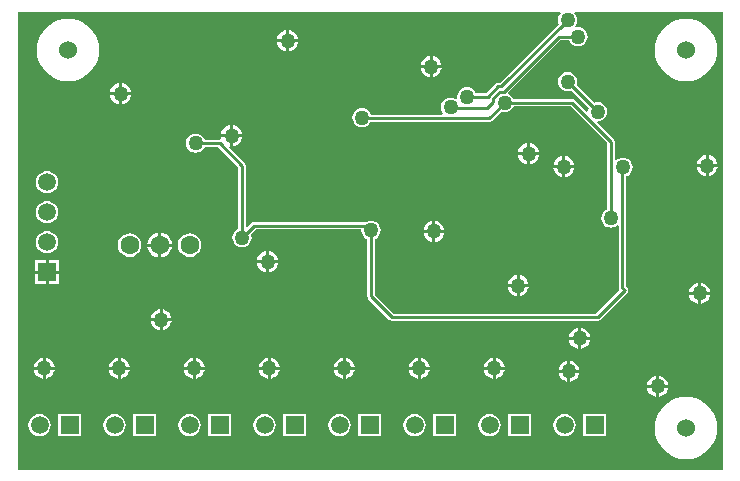
<source format=gbl>
G04 Layer_Physical_Order=2*
G04 Layer_Color=16711680*
%FSLAX23Y23*%
%MOIN*%
G70*
G01*
G75*
%ADD23C,0.010*%
%ADD25C,0.063*%
%ADD26C,0.060*%
%ADD27C,0.059*%
%ADD28R,0.059X0.059*%
%ADD29R,0.059X0.059*%
%ADD30C,0.050*%
G36*
X3363Y1012D02*
X1012D01*
Y2538D01*
X2821D01*
X2822Y2535D01*
X2822Y2533D01*
X2817Y2526D01*
X2814Y2518D01*
X2813Y2510D01*
X2814Y2502D01*
X2815Y2498D01*
X2619Y2301D01*
X2613D01*
X2608Y2300D01*
X2604Y2298D01*
X2574Y2267D01*
X2540D01*
X2538Y2271D01*
X2533Y2278D01*
X2526Y2283D01*
X2518Y2286D01*
X2510Y2287D01*
X2502Y2286D01*
X2494Y2283D01*
X2487Y2278D01*
X2482Y2271D01*
X2479Y2263D01*
X2478Y2255D01*
X2479Y2249D01*
X2474Y2246D01*
X2471Y2248D01*
X2463Y2251D01*
X2455Y2252D01*
X2447Y2251D01*
X2439Y2248D01*
X2432Y2243D01*
X2427Y2236D01*
X2424Y2228D01*
X2423Y2220D01*
X2424Y2212D01*
X2427Y2204D01*
X2430Y2200D01*
X2427Y2195D01*
X2190D01*
X2188Y2201D01*
X2183Y2208D01*
X2176Y2213D01*
X2168Y2216D01*
X2160Y2217D01*
X2152Y2216D01*
X2144Y2213D01*
X2137Y2208D01*
X2132Y2201D01*
X2129Y2193D01*
X2128Y2185D01*
X2129Y2177D01*
X2132Y2169D01*
X2137Y2162D01*
X2144Y2157D01*
X2152Y2154D01*
X2160Y2153D01*
X2168Y2154D01*
X2176Y2157D01*
X2183Y2162D01*
X2188Y2169D01*
X2189Y2171D01*
X2583D01*
X2588Y2172D01*
X2592Y2174D01*
X2623Y2205D01*
X2627Y2204D01*
X2635Y2203D01*
X2643Y2204D01*
X2651Y2207D01*
X2658Y2212D01*
X2663Y2219D01*
X2665Y2223D01*
X2855D01*
X2978Y2100D01*
Y1880D01*
X2974Y1878D01*
X2967Y1873D01*
X2962Y1866D01*
X2959Y1858D01*
X2958Y1850D01*
X2959Y1842D01*
X2962Y1834D01*
X2967Y1827D01*
X2974Y1822D01*
X2982Y1819D01*
X2990Y1818D01*
X2998Y1819D01*
X3006Y1822D01*
X3011Y1826D01*
X3016Y1823D01*
Y1617D01*
X3017Y1612D01*
X3018Y1610D01*
X2940Y1532D01*
X2265D01*
X2202Y1595D01*
Y1780D01*
X2206Y1782D01*
X2213Y1787D01*
X2218Y1794D01*
X2221Y1802D01*
X2222Y1810D01*
X2221Y1818D01*
X2218Y1826D01*
X2213Y1833D01*
X2206Y1838D01*
X2198Y1841D01*
X2190Y1842D01*
X2182Y1841D01*
X2174Y1838D01*
X2173Y1837D01*
X1800D01*
X1795Y1836D01*
X1791Y1834D01*
X1777Y1820D01*
X1772Y1822D01*
Y2025D01*
X1771Y2030D01*
X1769Y2034D01*
X1717Y2086D01*
X1719Y2091D01*
X1720Y2090D01*
Y2120D01*
X1690D01*
X1691Y2116D01*
X1687Y2112D01*
X1685Y2112D01*
X1635D01*
X1633Y2116D01*
X1628Y2123D01*
X1621Y2128D01*
X1613Y2131D01*
X1605Y2132D01*
X1597Y2131D01*
X1589Y2128D01*
X1582Y2123D01*
X1577Y2116D01*
X1574Y2108D01*
X1573Y2100D01*
X1574Y2092D01*
X1577Y2084D01*
X1582Y2077D01*
X1589Y2072D01*
X1597Y2069D01*
X1605Y2068D01*
X1613Y2069D01*
X1621Y2072D01*
X1628Y2077D01*
X1633Y2084D01*
X1635Y2088D01*
X1680D01*
X1748Y2020D01*
Y1815D01*
X1744Y1813D01*
X1737Y1808D01*
X1732Y1801D01*
X1729Y1793D01*
X1728Y1785D01*
X1729Y1777D01*
X1732Y1769D01*
X1737Y1762D01*
X1744Y1757D01*
X1752Y1754D01*
X1760Y1753D01*
X1768Y1754D01*
X1776Y1757D01*
X1783Y1762D01*
X1788Y1769D01*
X1791Y1777D01*
X1792Y1785D01*
X1791Y1793D01*
X1790Y1797D01*
X1805Y1813D01*
X2155D01*
X2158Y1810D01*
X2159Y1802D01*
X2162Y1794D01*
X2167Y1787D01*
X2174Y1782D01*
X2178Y1780D01*
Y1590D01*
X2179Y1585D01*
X2181Y1581D01*
X2251Y1511D01*
X2255Y1509D01*
X2260Y1508D01*
X2945D01*
X2950Y1509D01*
X2954Y1511D01*
X3044Y1601D01*
X3046Y1605D01*
X3047Y1610D01*
X3046Y1615D01*
X3044Y1619D01*
X3040Y1622D01*
Y1990D01*
X3046Y1992D01*
X3053Y1997D01*
X3058Y2004D01*
X3061Y2012D01*
X3062Y2020D01*
X3061Y2028D01*
X3058Y2036D01*
X3053Y2043D01*
X3046Y2048D01*
X3038Y2051D01*
X3030Y2052D01*
X3022Y2051D01*
X3014Y2048D01*
X3007Y2043D01*
X3005Y2043D01*
X3002Y2044D01*
Y2105D01*
X3001Y2110D01*
X2999Y2114D01*
X2944Y2168D01*
X2946Y2173D01*
X2953Y2174D01*
X2961Y2177D01*
X2968Y2182D01*
X2973Y2189D01*
X2976Y2197D01*
X2977Y2205D01*
X2976Y2213D01*
X2973Y2221D01*
X2968Y2228D01*
X2961Y2233D01*
X2953Y2236D01*
X2945Y2237D01*
X2937Y2236D01*
X2933Y2235D01*
X2875Y2293D01*
X2876Y2297D01*
X2877Y2305D01*
X2876Y2313D01*
X2873Y2321D01*
X2868Y2328D01*
X2861Y2333D01*
X2853Y2336D01*
X2845Y2337D01*
X2837Y2336D01*
X2829Y2333D01*
X2822Y2328D01*
X2817Y2321D01*
X2814Y2313D01*
X2813Y2305D01*
X2814Y2297D01*
X2817Y2289D01*
X2822Y2282D01*
X2829Y2277D01*
X2837Y2274D01*
X2845Y2273D01*
X2853Y2274D01*
X2857Y2275D01*
X2915Y2217D01*
X2914Y2213D01*
X2913Y2206D01*
X2908Y2204D01*
X2869Y2244D01*
X2865Y2246D01*
X2860Y2247D01*
X2665D01*
X2663Y2251D01*
X2658Y2258D01*
X2651Y2263D01*
X2648Y2264D01*
X2647Y2269D01*
X2820Y2443D01*
X2850D01*
X2852Y2439D01*
X2857Y2432D01*
X2864Y2427D01*
X2872Y2424D01*
X2880Y2423D01*
X2888Y2424D01*
X2896Y2427D01*
X2903Y2432D01*
X2908Y2439D01*
X2911Y2447D01*
X2912Y2455D01*
X2911Y2463D01*
X2908Y2471D01*
X2903Y2478D01*
X2896Y2483D01*
X2888Y2486D01*
X2880Y2487D01*
X2874Y2486D01*
X2871Y2491D01*
X2873Y2494D01*
X2876Y2502D01*
X2877Y2510D01*
X2876Y2518D01*
X2873Y2526D01*
X2868Y2533D01*
X2868Y2535D01*
X2869Y2538D01*
X3363D01*
Y1012D01*
D02*
G37*
%LPC*%
G36*
X1095Y1385D02*
X1091Y1384D01*
X1082Y1381D01*
X1075Y1375D01*
X1069Y1368D01*
X1066Y1359D01*
X1065Y1355D01*
X1095D01*
Y1385D01*
D02*
G37*
G36*
X2844Y1374D02*
X2840Y1374D01*
X2832Y1370D01*
X2824Y1365D01*
X2819Y1357D01*
X2815Y1349D01*
X2815Y1345D01*
X2844D01*
Y1374D01*
D02*
G37*
G36*
X2854D02*
Y1345D01*
X2884D01*
X2883Y1349D01*
X2880Y1357D01*
X2874Y1365D01*
X2867Y1370D01*
X2859Y1374D01*
X2854Y1374D01*
D02*
G37*
G36*
X1105Y1385D02*
Y1355D01*
X1135D01*
X1134Y1359D01*
X1131Y1368D01*
X1125Y1375D01*
X1118Y1381D01*
X1109Y1384D01*
X1105Y1385D01*
D02*
G37*
G36*
X1595D02*
X1591Y1384D01*
X1582Y1381D01*
X1575Y1375D01*
X1569Y1368D01*
X1566Y1359D01*
X1565Y1355D01*
X1595D01*
Y1385D01*
D02*
G37*
G36*
X1355D02*
Y1355D01*
X1385D01*
X1384Y1359D01*
X1381Y1368D01*
X1375Y1375D01*
X1368Y1381D01*
X1359Y1384D01*
X1355Y1385D01*
D02*
G37*
G36*
X1345D02*
X1341Y1384D01*
X1332Y1381D01*
X1325Y1375D01*
X1319Y1368D01*
X1316Y1359D01*
X1315Y1355D01*
X1345D01*
Y1385D01*
D02*
G37*
G36*
X2135Y1345D02*
X2105D01*
Y1315D01*
X2109Y1316D01*
X2118Y1319D01*
X2125Y1325D01*
X2131Y1332D01*
X2134Y1341D01*
X2135Y1345D01*
D02*
G37*
G36*
X2095D02*
X2065D01*
X2066Y1341D01*
X2069Y1332D01*
X2075Y1325D01*
X2082Y1319D01*
X2091Y1316D01*
X2095Y1315D01*
Y1345D01*
D02*
G37*
G36*
X1885D02*
X1855D01*
Y1315D01*
X1859Y1316D01*
X1868Y1319D01*
X1875Y1325D01*
X1881Y1332D01*
X1884Y1341D01*
X1885Y1345D01*
D02*
G37*
G36*
X2345D02*
X2315D01*
X2316Y1341D01*
X2319Y1332D01*
X2325Y1325D01*
X2332Y1319D01*
X2341Y1316D01*
X2345Y1315D01*
Y1345D01*
D02*
G37*
G36*
X2635D02*
X2605D01*
Y1315D01*
X2609Y1316D01*
X2618Y1319D01*
X2625Y1325D01*
X2631Y1332D01*
X2634Y1341D01*
X2635Y1345D01*
D02*
G37*
G36*
X2595D02*
X2565D01*
X2566Y1341D01*
X2569Y1332D01*
X2575Y1325D01*
X2582Y1319D01*
X2591Y1316D01*
X2595Y1315D01*
Y1345D01*
D02*
G37*
G36*
X2385D02*
X2355D01*
Y1315D01*
X2359Y1316D01*
X2368Y1319D01*
X2375Y1325D01*
X2381Y1332D01*
X2384Y1341D01*
X2385Y1345D01*
D02*
G37*
G36*
X1605Y1385D02*
Y1355D01*
X1635D01*
X1634Y1359D01*
X1631Y1368D01*
X1625Y1375D01*
X1618Y1381D01*
X1609Y1384D01*
X1605Y1385D01*
D02*
G37*
G36*
X2920Y1445D02*
X2890D01*
Y1415D01*
X2894Y1416D01*
X2903Y1419D01*
X2910Y1425D01*
X2916Y1432D01*
X2919Y1441D01*
X2920Y1445D01*
D02*
G37*
G36*
X2880D02*
X2850D01*
X2851Y1441D01*
X2854Y1432D01*
X2860Y1425D01*
X2867Y1419D01*
X2876Y1416D01*
X2880Y1415D01*
Y1445D01*
D02*
G37*
G36*
X2605Y1385D02*
Y1355D01*
X2635D01*
X2634Y1359D01*
X2631Y1368D01*
X2625Y1375D01*
X2618Y1381D01*
X2609Y1384D01*
X2605Y1385D01*
D02*
G37*
G36*
X2880Y1485D02*
X2876Y1484D01*
X2867Y1481D01*
X2860Y1475D01*
X2854Y1468D01*
X2851Y1459D01*
X2850Y1455D01*
X2880D01*
Y1485D01*
D02*
G37*
G36*
X1525Y1507D02*
X1495D01*
Y1477D01*
X1499Y1478D01*
X1508Y1481D01*
X1515Y1487D01*
X1521Y1494D01*
X1524Y1503D01*
X1525Y1507D01*
D02*
G37*
G36*
X1485D02*
X1455D01*
X1456Y1503D01*
X1459Y1494D01*
X1465Y1487D01*
X1472Y1481D01*
X1481Y1478D01*
X1485Y1477D01*
Y1507D01*
D02*
G37*
G36*
X2890Y1485D02*
Y1455D01*
X2920D01*
X2919Y1459D01*
X2916Y1468D01*
X2910Y1475D01*
X2903Y1481D01*
X2894Y1484D01*
X2890Y1485D01*
D02*
G37*
G36*
X2095Y1385D02*
X2091Y1384D01*
X2082Y1381D01*
X2075Y1375D01*
X2069Y1368D01*
X2066Y1359D01*
X2065Y1355D01*
X2095D01*
Y1385D01*
D02*
G37*
G36*
X1855D02*
Y1355D01*
X1885D01*
X1884Y1359D01*
X1881Y1368D01*
X1875Y1375D01*
X1868Y1381D01*
X1859Y1384D01*
X1855Y1385D01*
D02*
G37*
G36*
X1845D02*
X1841Y1384D01*
X1832Y1381D01*
X1825Y1375D01*
X1819Y1368D01*
X1816Y1359D01*
X1815Y1355D01*
X1845D01*
Y1385D01*
D02*
G37*
G36*
X2105D02*
Y1355D01*
X2135D01*
X2134Y1359D01*
X2131Y1368D01*
X2125Y1375D01*
X2118Y1381D01*
X2109Y1384D01*
X2105Y1385D01*
D02*
G37*
G36*
X2595D02*
X2591Y1384D01*
X2582Y1381D01*
X2575Y1375D01*
X2569Y1368D01*
X2566Y1359D01*
X2565Y1355D01*
X2595D01*
Y1385D01*
D02*
G37*
G36*
X2355D02*
Y1355D01*
X2385D01*
X2384Y1359D01*
X2381Y1368D01*
X2375Y1375D01*
X2368Y1381D01*
X2359Y1384D01*
X2355Y1385D01*
D02*
G37*
G36*
X2345D02*
X2341Y1384D01*
X2332Y1381D01*
X2325Y1375D01*
X2319Y1368D01*
X2316Y1359D01*
X2315Y1355D01*
X2345D01*
Y1385D01*
D02*
G37*
G36*
X1845Y1345D02*
X1815D01*
X1816Y1341D01*
X1819Y1332D01*
X1825Y1325D01*
X1832Y1319D01*
X1841Y1316D01*
X1845Y1315D01*
Y1345D01*
D02*
G37*
G36*
X1222Y1197D02*
X1148D01*
Y1123D01*
X1222D01*
Y1197D01*
D02*
G37*
G36*
X2835Y1197D02*
X2825Y1196D01*
X2817Y1192D01*
X2809Y1186D01*
X2803Y1178D01*
X2799Y1170D01*
X2798Y1160D01*
X2799Y1150D01*
X2803Y1142D01*
X2809Y1134D01*
X2817Y1128D01*
X2825Y1124D01*
X2835Y1123D01*
X2845Y1124D01*
X2853Y1128D01*
X2861Y1134D01*
X2867Y1142D01*
X2871Y1150D01*
X2872Y1160D01*
X2871Y1170D01*
X2867Y1178D01*
X2861Y1186D01*
X2853Y1192D01*
X2845Y1196D01*
X2835Y1197D01*
D02*
G37*
G36*
X2585D02*
X2575Y1196D01*
X2567Y1192D01*
X2559Y1186D01*
X2553Y1178D01*
X2549Y1170D01*
X2548Y1160D01*
X2549Y1150D01*
X2553Y1142D01*
X2559Y1134D01*
X2567Y1128D01*
X2575Y1124D01*
X2585Y1123D01*
X2595Y1124D01*
X2603Y1128D01*
X2611Y1134D01*
X2617Y1142D01*
X2621Y1150D01*
X2622Y1160D01*
X2621Y1170D01*
X2617Y1178D01*
X2611Y1186D01*
X2603Y1192D01*
X2595Y1196D01*
X2585Y1197D01*
D02*
G37*
G36*
X1472Y1197D02*
X1398D01*
Y1123D01*
X1472D01*
Y1197D01*
D02*
G37*
G36*
X2222D02*
X2148D01*
Y1123D01*
X2222D01*
Y1197D01*
D02*
G37*
G36*
X1972D02*
X1898D01*
Y1123D01*
X1972D01*
Y1197D01*
D02*
G37*
G36*
X1722D02*
X1648D01*
Y1123D01*
X1722D01*
Y1197D01*
D02*
G37*
G36*
X1335Y1197D02*
X1325Y1196D01*
X1317Y1192D01*
X1309Y1186D01*
X1303Y1178D01*
X1299Y1170D01*
X1298Y1160D01*
X1299Y1150D01*
X1303Y1142D01*
X1309Y1134D01*
X1317Y1128D01*
X1325Y1124D01*
X1335Y1123D01*
X1345Y1124D01*
X1353Y1128D01*
X1361Y1134D01*
X1367Y1142D01*
X1371Y1150D01*
X1372Y1160D01*
X1371Y1170D01*
X1367Y1178D01*
X1361Y1186D01*
X1353Y1192D01*
X1345Y1196D01*
X1335Y1197D01*
D02*
G37*
G36*
X1085D02*
X1075Y1196D01*
X1067Y1192D01*
X1059Y1186D01*
X1053Y1178D01*
X1049Y1170D01*
X1048Y1160D01*
X1049Y1150D01*
X1053Y1142D01*
X1059Y1134D01*
X1067Y1128D01*
X1075Y1124D01*
X1085Y1123D01*
X1095Y1124D01*
X1103Y1128D01*
X1111Y1134D01*
X1117Y1142D01*
X1121Y1150D01*
X1122Y1160D01*
X1121Y1170D01*
X1117Y1178D01*
X1111Y1186D01*
X1103Y1192D01*
X1095Y1196D01*
X1085Y1197D01*
D02*
G37*
G36*
X3240Y1254D02*
X3224Y1253D01*
X3208Y1249D01*
X3193Y1243D01*
X3179Y1234D01*
X3166Y1224D01*
X3156Y1211D01*
X3147Y1197D01*
X3141Y1182D01*
X3137Y1166D01*
X3136Y1150D01*
X3137Y1134D01*
X3141Y1118D01*
X3147Y1103D01*
X3156Y1089D01*
X3166Y1076D01*
X3179Y1066D01*
X3193Y1057D01*
X3208Y1051D01*
X3224Y1047D01*
X3240Y1046D01*
X3256Y1047D01*
X3272Y1051D01*
X3287Y1057D01*
X3301Y1066D01*
X3314Y1076D01*
X3324Y1089D01*
X3333Y1103D01*
X3339Y1118D01*
X3343Y1134D01*
X3344Y1150D01*
X3343Y1166D01*
X3339Y1182D01*
X3333Y1197D01*
X3324Y1211D01*
X3314Y1224D01*
X3301Y1234D01*
X3287Y1243D01*
X3272Y1249D01*
X3256Y1253D01*
X3240Y1254D01*
D02*
G37*
G36*
X1585Y1197D02*
X1575Y1196D01*
X1567Y1192D01*
X1559Y1186D01*
X1553Y1178D01*
X1549Y1170D01*
X1548Y1160D01*
X1549Y1150D01*
X1553Y1142D01*
X1559Y1134D01*
X1567Y1128D01*
X1575Y1124D01*
X1585Y1123D01*
X1595Y1124D01*
X1603Y1128D01*
X1611Y1134D01*
X1617Y1142D01*
X1621Y1150D01*
X1622Y1160D01*
X1621Y1170D01*
X1617Y1178D01*
X1611Y1186D01*
X1603Y1192D01*
X1595Y1196D01*
X1585Y1197D01*
D02*
G37*
G36*
X2335D02*
X2325Y1196D01*
X2317Y1192D01*
X2309Y1186D01*
X2303Y1178D01*
X2299Y1170D01*
X2298Y1160D01*
X2299Y1150D01*
X2303Y1142D01*
X2309Y1134D01*
X2317Y1128D01*
X2325Y1124D01*
X2335Y1123D01*
X2345Y1124D01*
X2353Y1128D01*
X2361Y1134D01*
X2367Y1142D01*
X2371Y1150D01*
X2372Y1160D01*
X2371Y1170D01*
X2367Y1178D01*
X2361Y1186D01*
X2353Y1192D01*
X2345Y1196D01*
X2335Y1197D01*
D02*
G37*
G36*
X2085D02*
X2075Y1196D01*
X2067Y1192D01*
X2059Y1186D01*
X2053Y1178D01*
X2049Y1170D01*
X2048Y1160D01*
X2049Y1150D01*
X2053Y1142D01*
X2059Y1134D01*
X2067Y1128D01*
X2075Y1124D01*
X2085Y1123D01*
X2095Y1124D01*
X2103Y1128D01*
X2111Y1134D01*
X2117Y1142D01*
X2121Y1150D01*
X2122Y1160D01*
X2121Y1170D01*
X2117Y1178D01*
X2111Y1186D01*
X2103Y1192D01*
X2095Y1196D01*
X2085Y1197D01*
D02*
G37*
G36*
X1835D02*
X1825Y1196D01*
X1817Y1192D01*
X1809Y1186D01*
X1803Y1178D01*
X1799Y1170D01*
X1798Y1160D01*
X1799Y1150D01*
X1803Y1142D01*
X1809Y1134D01*
X1817Y1128D01*
X1825Y1124D01*
X1835Y1123D01*
X1845Y1124D01*
X1853Y1128D01*
X1861Y1134D01*
X1867Y1142D01*
X1871Y1150D01*
X1872Y1160D01*
X1871Y1170D01*
X1867Y1178D01*
X1861Y1186D01*
X1853Y1192D01*
X1845Y1196D01*
X1835Y1197D01*
D02*
G37*
G36*
X2472Y1197D02*
X2398D01*
Y1123D01*
X2472D01*
Y1197D01*
D02*
G37*
G36*
X1135Y1345D02*
X1105D01*
Y1315D01*
X1109Y1316D01*
X1118Y1319D01*
X1125Y1325D01*
X1131Y1332D01*
X1134Y1341D01*
X1135Y1345D01*
D02*
G37*
G36*
X1095D02*
X1065D01*
X1066Y1341D01*
X1069Y1332D01*
X1075Y1325D01*
X1082Y1319D01*
X1091Y1316D01*
X1095Y1315D01*
Y1345D01*
D02*
G37*
G36*
X2884Y1335D02*
X2854D01*
Y1305D01*
X2859Y1306D01*
X2867Y1309D01*
X2874Y1315D01*
X2880Y1322D01*
X2883Y1331D01*
X2884Y1335D01*
D02*
G37*
G36*
X1345Y1345D02*
X1315D01*
X1316Y1341D01*
X1319Y1332D01*
X1325Y1325D01*
X1332Y1319D01*
X1341Y1316D01*
X1345Y1315D01*
Y1345D01*
D02*
G37*
G36*
X1635D02*
X1605D01*
Y1315D01*
X1609Y1316D01*
X1618Y1319D01*
X1625Y1325D01*
X1631Y1332D01*
X1634Y1341D01*
X1635Y1345D01*
D02*
G37*
G36*
X1595D02*
X1565D01*
X1566Y1341D01*
X1569Y1332D01*
X1575Y1325D01*
X1582Y1319D01*
X1591Y1316D01*
X1595Y1315D01*
Y1345D01*
D02*
G37*
G36*
X1385D02*
X1355D01*
Y1315D01*
X1359Y1316D01*
X1368Y1319D01*
X1375Y1325D01*
X1381Y1332D01*
X1384Y1341D01*
X1385Y1345D01*
D02*
G37*
G36*
X3140Y1285D02*
X3110D01*
X3111Y1281D01*
X3114Y1272D01*
X3120Y1265D01*
X3127Y1259D01*
X3136Y1256D01*
X3140Y1255D01*
Y1285D01*
D02*
G37*
G36*
X2972Y1197D02*
X2898D01*
Y1123D01*
X2972D01*
Y1197D01*
D02*
G37*
G36*
X2722D02*
X2648D01*
Y1123D01*
X2722D01*
Y1197D01*
D02*
G37*
G36*
X3180Y1285D02*
X3150D01*
Y1255D01*
X3154Y1256D01*
X3163Y1259D01*
X3170Y1265D01*
X3176Y1272D01*
X3179Y1281D01*
X3180Y1285D01*
D02*
G37*
G36*
X2844Y1335D02*
X2815D01*
X2815Y1331D01*
X2819Y1322D01*
X2824Y1315D01*
X2832Y1309D01*
X2840Y1306D01*
X2844Y1305D01*
Y1335D01*
D02*
G37*
G36*
X3150Y1325D02*
Y1295D01*
X3180D01*
X3179Y1299D01*
X3176Y1308D01*
X3170Y1315D01*
X3163Y1321D01*
X3154Y1324D01*
X3150Y1325D01*
D02*
G37*
G36*
X3140D02*
X3136Y1324D01*
X3127Y1321D01*
X3120Y1315D01*
X3114Y1308D01*
X3111Y1299D01*
X3110Y1295D01*
X3140D01*
Y1325D01*
D02*
G37*
G36*
X1485Y1546D02*
X1481Y1546D01*
X1472Y1542D01*
X1465Y1537D01*
X1459Y1530D01*
X1456Y1521D01*
X1455Y1517D01*
X1485D01*
Y1546D01*
D02*
G37*
G36*
X2750Y2060D02*
X2720D01*
Y2030D01*
X2724Y2031D01*
X2733Y2034D01*
X2740Y2040D01*
X2746Y2047D01*
X2749Y2056D01*
X2750Y2060D01*
D02*
G37*
G36*
X2710D02*
X2680D01*
X2681Y2056D01*
X2684Y2047D01*
X2690Y2040D01*
X2697Y2034D01*
X2706Y2031D01*
X2710Y2030D01*
Y2060D01*
D02*
G37*
G36*
X3315Y2060D02*
Y2030D01*
X3345D01*
X3344Y2034D01*
X3341Y2043D01*
X3335Y2050D01*
X3328Y2056D01*
X3319Y2059D01*
X3315Y2060D01*
D02*
G37*
G36*
X2710Y2100D02*
X2706Y2099D01*
X2697Y2096D01*
X2690Y2090D01*
X2684Y2083D01*
X2681Y2074D01*
X2680Y2070D01*
X2710D01*
Y2100D01*
D02*
G37*
G36*
X1720Y2160D02*
X1716Y2159D01*
X1707Y2156D01*
X1700Y2150D01*
X1694Y2143D01*
X1691Y2134D01*
X1690Y2130D01*
X1720D01*
Y2160D01*
D02*
G37*
G36*
X1760Y2120D02*
X1730D01*
Y2090D01*
X1734Y2091D01*
X1743Y2094D01*
X1750Y2100D01*
X1756Y2107D01*
X1759Y2116D01*
X1760Y2120D01*
D02*
G37*
G36*
X2720Y2100D02*
Y2070D01*
X2750D01*
X2749Y2074D01*
X2746Y2083D01*
X2740Y2090D01*
X2733Y2096D01*
X2724Y2099D01*
X2720Y2100D01*
D02*
G37*
G36*
X3305Y2020D02*
X3275D01*
X3276Y2016D01*
X3279Y2007D01*
X3285Y2000D01*
X3292Y1994D01*
X3301Y1991D01*
X3305Y1990D01*
Y2020D01*
D02*
G37*
G36*
X2867Y2017D02*
X2838D01*
Y1988D01*
X2842Y1988D01*
X2850Y1992D01*
X2858Y1997D01*
X2863Y2005D01*
X2867Y2013D01*
X2867Y2017D01*
D02*
G37*
G36*
X2828D02*
X2798D01*
X2799Y2013D01*
X2802Y2005D01*
X2808Y1997D01*
X2815Y1992D01*
X2824Y1988D01*
X2828Y1988D01*
Y2017D01*
D02*
G37*
G36*
X3345Y2020D02*
X3315D01*
Y1990D01*
X3319Y1991D01*
X3328Y1994D01*
X3335Y2000D01*
X3341Y2007D01*
X3344Y2016D01*
X3345Y2020D01*
D02*
G37*
G36*
X3305Y2060D02*
X3301Y2059D01*
X3292Y2056D01*
X3285Y2050D01*
X3279Y2043D01*
X3276Y2034D01*
X3275Y2030D01*
X3305D01*
Y2060D01*
D02*
G37*
G36*
X2838Y2057D02*
Y2027D01*
X2867D01*
X2867Y2031D01*
X2863Y2040D01*
X2858Y2047D01*
X2850Y2053D01*
X2842Y2056D01*
X2838Y2057D01*
D02*
G37*
G36*
X2828D02*
X2824Y2056D01*
X2815Y2053D01*
X2808Y2047D01*
X2802Y2040D01*
X2799Y2031D01*
X2798Y2027D01*
X2828D01*
Y2057D01*
D02*
G37*
G36*
X1730Y2160D02*
Y2130D01*
X1760D01*
X1759Y2134D01*
X1756Y2143D01*
X1750Y2150D01*
X1743Y2156D01*
X1734Y2159D01*
X1730Y2160D01*
D02*
G37*
G36*
X2395Y2390D02*
Y2360D01*
X2425D01*
X2424Y2364D01*
X2421Y2373D01*
X2415Y2380D01*
X2408Y2386D01*
X2399Y2389D01*
X2395Y2390D01*
D02*
G37*
G36*
X2385D02*
X2381Y2389D01*
X2372Y2386D01*
X2365Y2380D01*
X2359Y2373D01*
X2356Y2364D01*
X2355Y2360D01*
X2385D01*
Y2390D01*
D02*
G37*
G36*
X2425Y2350D02*
X2395D01*
Y2320D01*
X2399Y2321D01*
X2408Y2324D01*
X2415Y2330D01*
X2421Y2337D01*
X2424Y2346D01*
X2425Y2350D01*
D02*
G37*
G36*
X1907Y2437D02*
X1877D01*
X1878Y2433D01*
X1881Y2424D01*
X1887Y2417D01*
X1894Y2411D01*
X1903Y2408D01*
X1907Y2407D01*
Y2437D01*
D02*
G37*
G36*
X1917Y2476D02*
Y2447D01*
X1946D01*
X1946Y2451D01*
X1942Y2460D01*
X1937Y2467D01*
X1930Y2472D01*
X1921Y2476D01*
X1917Y2476D01*
D02*
G37*
G36*
X1907D02*
X1903Y2476D01*
X1894Y2472D01*
X1887Y2467D01*
X1881Y2460D01*
X1878Y2451D01*
X1877Y2447D01*
X1907D01*
Y2476D01*
D02*
G37*
G36*
X1946Y2437D02*
X1917D01*
Y2407D01*
X1921Y2408D01*
X1930Y2411D01*
X1937Y2417D01*
X1942Y2424D01*
X1946Y2433D01*
X1946Y2437D01*
D02*
G37*
G36*
X1350Y2300D02*
X1346Y2299D01*
X1337Y2296D01*
X1330Y2290D01*
X1324Y2283D01*
X1321Y2274D01*
X1320Y2270D01*
X1350D01*
Y2300D01*
D02*
G37*
G36*
X1390Y2260D02*
X1360D01*
Y2230D01*
X1364Y2231D01*
X1373Y2234D01*
X1380Y2240D01*
X1386Y2247D01*
X1389Y2256D01*
X1390Y2260D01*
D02*
G37*
G36*
X1350D02*
X1320D01*
X1321Y2256D01*
X1324Y2247D01*
X1330Y2240D01*
X1337Y2234D01*
X1346Y2231D01*
X1350Y2230D01*
Y2260D01*
D02*
G37*
G36*
X1360Y2300D02*
Y2270D01*
X1390D01*
X1389Y2274D01*
X1386Y2283D01*
X1380Y2290D01*
X1373Y2296D01*
X1364Y2299D01*
X1360Y2300D01*
D02*
G37*
G36*
X2385Y2350D02*
X2355D01*
X2356Y2346D01*
X2359Y2337D01*
X2365Y2330D01*
X2372Y2324D01*
X2381Y2321D01*
X2385Y2320D01*
Y2350D01*
D02*
G37*
G36*
X3240Y2514D02*
X3224Y2513D01*
X3208Y2509D01*
X3193Y2503D01*
X3179Y2494D01*
X3166Y2484D01*
X3156Y2471D01*
X3147Y2457D01*
X3141Y2442D01*
X3137Y2426D01*
X3136Y2410D01*
X3137Y2394D01*
X3141Y2378D01*
X3147Y2363D01*
X3156Y2349D01*
X3166Y2336D01*
X3179Y2326D01*
X3193Y2317D01*
X3208Y2311D01*
X3224Y2307D01*
X3240Y2306D01*
X3256Y2307D01*
X3272Y2311D01*
X3287Y2317D01*
X3301Y2326D01*
X3314Y2336D01*
X3324Y2349D01*
X3333Y2363D01*
X3339Y2378D01*
X3343Y2394D01*
X3344Y2410D01*
X3343Y2426D01*
X3339Y2442D01*
X3333Y2457D01*
X3324Y2471D01*
X3314Y2484D01*
X3301Y2494D01*
X3287Y2503D01*
X3272Y2509D01*
X3256Y2513D01*
X3240Y2514D01*
D02*
G37*
G36*
X1180D02*
X1164Y2513D01*
X1148Y2509D01*
X1133Y2503D01*
X1119Y2494D01*
X1106Y2484D01*
X1096Y2471D01*
X1087Y2457D01*
X1081Y2442D01*
X1077Y2426D01*
X1076Y2410D01*
X1077Y2394D01*
X1081Y2378D01*
X1087Y2363D01*
X1096Y2349D01*
X1106Y2336D01*
X1119Y2326D01*
X1133Y2317D01*
X1148Y2311D01*
X1164Y2307D01*
X1180Y2306D01*
X1196Y2307D01*
X1212Y2311D01*
X1227Y2317D01*
X1241Y2326D01*
X1254Y2336D01*
X1264Y2349D01*
X1273Y2363D01*
X1279Y2378D01*
X1283Y2394D01*
X1284Y2410D01*
X1283Y2426D01*
X1279Y2442D01*
X1273Y2457D01*
X1264Y2471D01*
X1254Y2484D01*
X1241Y2494D01*
X1227Y2503D01*
X1212Y2509D01*
X1196Y2513D01*
X1180Y2514D01*
D02*
G37*
G36*
X1110Y2007D02*
X1100Y2006D01*
X1092Y2002D01*
X1084Y1996D01*
X1078Y1988D01*
X1074Y1980D01*
X1073Y1970D01*
X1074Y1960D01*
X1078Y1952D01*
X1084Y1944D01*
X1092Y1938D01*
X1100Y1934D01*
X1110Y1933D01*
X1120Y1934D01*
X1128Y1938D01*
X1136Y1944D01*
X1142Y1952D01*
X1146Y1960D01*
X1147Y1970D01*
X1146Y1980D01*
X1142Y1988D01*
X1136Y1996D01*
X1128Y2002D01*
X1120Y2006D01*
X1110Y2007D01*
D02*
G37*
G36*
X1105Y1665D02*
X1070D01*
Y1630D01*
X1105D01*
Y1665D01*
D02*
G37*
G36*
X2685Y1660D02*
Y1630D01*
X2715D01*
X2714Y1634D01*
X2711Y1643D01*
X2705Y1650D01*
X2698Y1656D01*
X2689Y1659D01*
X2685Y1660D01*
D02*
G37*
G36*
X2675D02*
X2671Y1659D01*
X2662Y1656D01*
X2655Y1650D01*
X2649Y1643D01*
X2646Y1634D01*
X2645Y1630D01*
X2675D01*
Y1660D01*
D02*
G37*
G36*
X1150Y1665D02*
X1115D01*
Y1630D01*
X1150D01*
Y1665D01*
D02*
G37*
G36*
X1105Y1710D02*
X1070D01*
Y1675D01*
X1105D01*
Y1710D01*
D02*
G37*
G36*
X1880Y1700D02*
X1850D01*
Y1670D01*
X1854Y1671D01*
X1863Y1674D01*
X1870Y1680D01*
X1876Y1687D01*
X1879Y1696D01*
X1880Y1700D01*
D02*
G37*
G36*
X1840D02*
X1810D01*
X1811Y1696D01*
X1814Y1687D01*
X1820Y1680D01*
X1827Y1674D01*
X1836Y1671D01*
X1840Y1670D01*
Y1700D01*
D02*
G37*
G36*
X3320Y1595D02*
X3290D01*
Y1565D01*
X3294Y1566D01*
X3303Y1569D01*
X3310Y1575D01*
X3316Y1582D01*
X3319Y1591D01*
X3320Y1595D01*
D02*
G37*
G36*
X3280D02*
X3250D01*
X3251Y1591D01*
X3254Y1582D01*
X3260Y1575D01*
X3267Y1569D01*
X3276Y1566D01*
X3280Y1565D01*
Y1595D01*
D02*
G37*
G36*
X1495Y1546D02*
Y1517D01*
X1525D01*
X1524Y1521D01*
X1521Y1530D01*
X1515Y1537D01*
X1508Y1542D01*
X1499Y1546D01*
X1495Y1546D01*
D02*
G37*
G36*
X2675Y1620D02*
X2645D01*
X2646Y1616D01*
X2649Y1607D01*
X2655Y1600D01*
X2662Y1594D01*
X2671Y1591D01*
X2675Y1590D01*
Y1620D01*
D02*
G37*
G36*
X3290Y1635D02*
Y1605D01*
X3320D01*
X3319Y1609D01*
X3316Y1618D01*
X3310Y1625D01*
X3303Y1631D01*
X3294Y1634D01*
X3290Y1635D01*
D02*
G37*
G36*
X3280D02*
X3276Y1634D01*
X3267Y1631D01*
X3260Y1625D01*
X3254Y1618D01*
X3251Y1609D01*
X3250Y1605D01*
X3280D01*
Y1635D01*
D02*
G37*
G36*
X2715Y1620D02*
X2685D01*
Y1590D01*
X2689Y1591D01*
X2698Y1594D01*
X2705Y1600D01*
X2711Y1607D01*
X2714Y1616D01*
X2715Y1620D01*
D02*
G37*
G36*
X1150Y1710D02*
X1115D01*
Y1675D01*
X1150D01*
Y1710D01*
D02*
G37*
G36*
X2394Y1801D02*
X2365D01*
X2365Y1796D01*
X2369Y1788D01*
X2374Y1781D01*
X2382Y1775D01*
X2390Y1772D01*
X2394Y1771D01*
Y1801D01*
D02*
G37*
G36*
X1490Y1801D02*
Y1765D01*
X1526D01*
X1525Y1771D01*
X1521Y1781D01*
X1515Y1790D01*
X1506Y1796D01*
X1496Y1800D01*
X1490Y1801D01*
D02*
G37*
G36*
X1480D02*
X1474Y1800D01*
X1464Y1796D01*
X1455Y1790D01*
X1449Y1781D01*
X1445Y1771D01*
X1444Y1765D01*
X1480D01*
Y1801D01*
D02*
G37*
G36*
X2434Y1801D02*
X2404D01*
Y1771D01*
X2409Y1772D01*
X2417Y1775D01*
X2424Y1781D01*
X2430Y1788D01*
X2433Y1796D01*
X2434Y1801D01*
D02*
G37*
G36*
X1110Y1907D02*
X1100Y1906D01*
X1092Y1902D01*
X1084Y1896D01*
X1078Y1888D01*
X1074Y1880D01*
X1073Y1870D01*
X1074Y1860D01*
X1078Y1852D01*
X1084Y1844D01*
X1092Y1838D01*
X1100Y1834D01*
X1110Y1833D01*
X1120Y1834D01*
X1128Y1838D01*
X1136Y1844D01*
X1142Y1852D01*
X1146Y1860D01*
X1147Y1870D01*
X1146Y1880D01*
X1142Y1888D01*
X1136Y1896D01*
X1128Y1902D01*
X1120Y1906D01*
X1110Y1907D01*
D02*
G37*
G36*
X2404Y1840D02*
Y1811D01*
X2434D01*
X2433Y1815D01*
X2430Y1823D01*
X2424Y1831D01*
X2417Y1836D01*
X2409Y1840D01*
X2404Y1840D01*
D02*
G37*
G36*
X2394D02*
X2390Y1840D01*
X2382Y1836D01*
X2374Y1831D01*
X2369Y1823D01*
X2365Y1815D01*
X2365Y1811D01*
X2394D01*
Y1840D01*
D02*
G37*
G36*
X1480Y1755D02*
X1444D01*
X1445Y1749D01*
X1449Y1739D01*
X1455Y1730D01*
X1464Y1724D01*
X1474Y1720D01*
X1480Y1719D01*
Y1755D01*
D02*
G37*
G36*
X1850Y1740D02*
Y1710D01*
X1880D01*
X1879Y1714D01*
X1876Y1723D01*
X1870Y1730D01*
X1863Y1736D01*
X1854Y1739D01*
X1850Y1740D01*
D02*
G37*
G36*
X1840D02*
X1836Y1739D01*
X1827Y1736D01*
X1820Y1730D01*
X1814Y1723D01*
X1811Y1714D01*
X1810Y1710D01*
X1840D01*
Y1740D01*
D02*
G37*
G36*
X1526Y1755D02*
X1490D01*
Y1719D01*
X1496Y1720D01*
X1506Y1724D01*
X1515Y1730D01*
X1521Y1739D01*
X1525Y1749D01*
X1526Y1755D01*
D02*
G37*
G36*
X1110Y1807D02*
X1100Y1806D01*
X1092Y1802D01*
X1084Y1796D01*
X1078Y1788D01*
X1074Y1780D01*
X1073Y1770D01*
X1074Y1760D01*
X1078Y1752D01*
X1084Y1744D01*
X1092Y1738D01*
X1100Y1734D01*
X1110Y1733D01*
X1120Y1734D01*
X1128Y1738D01*
X1136Y1744D01*
X1142Y1752D01*
X1146Y1760D01*
X1147Y1770D01*
X1146Y1780D01*
X1142Y1788D01*
X1136Y1796D01*
X1128Y1802D01*
X1120Y1806D01*
X1110Y1807D01*
D02*
G37*
G36*
X1585Y1799D02*
X1575Y1798D01*
X1566Y1794D01*
X1558Y1787D01*
X1551Y1779D01*
X1547Y1770D01*
X1546Y1760D01*
X1547Y1750D01*
X1551Y1741D01*
X1558Y1733D01*
X1566Y1726D01*
X1575Y1722D01*
X1585Y1721D01*
X1595Y1722D01*
X1604Y1726D01*
X1612Y1733D01*
X1619Y1741D01*
X1623Y1750D01*
X1624Y1760D01*
X1623Y1770D01*
X1619Y1779D01*
X1612Y1787D01*
X1604Y1794D01*
X1595Y1798D01*
X1585Y1799D01*
D02*
G37*
G36*
X1385D02*
X1375Y1798D01*
X1366Y1794D01*
X1358Y1787D01*
X1351Y1779D01*
X1347Y1770D01*
X1346Y1760D01*
X1347Y1750D01*
X1351Y1741D01*
X1358Y1733D01*
X1366Y1726D01*
X1375Y1722D01*
X1385Y1721D01*
X1395Y1722D01*
X1404Y1726D01*
X1412Y1733D01*
X1419Y1741D01*
X1423Y1750D01*
X1424Y1760D01*
X1423Y1770D01*
X1419Y1779D01*
X1412Y1787D01*
X1404Y1794D01*
X1395Y1798D01*
X1385Y1799D01*
D02*
G37*
%LPD*%
D23*
X3028Y1617D02*
Y2018D01*
X3030Y2020D01*
X2990Y1850D02*
Y2105D01*
X3028Y1617D02*
X3035Y1610D01*
X2578Y2218D02*
X2598Y2238D01*
X2579Y2255D02*
X2613Y2289D01*
X2457Y2218D02*
X2578D01*
X2455Y2220D02*
X2457Y2218D01*
X2510Y2255D02*
X2579D01*
X2860Y2235D02*
X2990Y2105D01*
X2583Y2183D02*
X2635Y2235D01*
X2162Y2183D02*
X2583D01*
X2160Y2185D02*
X2162Y2183D01*
X2624Y2289D02*
X2845Y2510D01*
X2613Y2289D02*
X2624D01*
X2632Y2272D02*
X2815Y2455D01*
X2620Y2272D02*
X2632D01*
X2598Y2250D02*
X2620Y2272D01*
X2598Y2238D02*
Y2250D01*
X2635Y2235D02*
X2860D01*
X2190Y1590D02*
X2260Y1520D01*
X2175Y1825D02*
X2190Y1810D01*
Y1590D02*
Y1810D01*
X1800Y1825D02*
X2175D01*
X2715Y2065D02*
X2720Y2070D01*
X1605Y2100D02*
X1685D01*
X1760Y2025D01*
Y1785D02*
Y2025D01*
X2945Y1520D02*
X3035Y1610D01*
X2260Y1520D02*
X2945D01*
X1760Y1785D02*
X1800Y1825D01*
X2815Y2455D02*
X2880D01*
X2845Y2305D02*
X2945Y2205D01*
D25*
X1585Y1760D02*
D03*
X1485D02*
D03*
X1385D02*
D03*
D26*
X3240Y1150D02*
D03*
Y2410D02*
D03*
X1180D02*
D03*
D27*
X1110Y1970D02*
D03*
Y1870D02*
D03*
Y1770D02*
D03*
X2835Y1160D02*
D03*
X2585D02*
D03*
X2335D02*
D03*
X2085D02*
D03*
X1835D02*
D03*
X1585D02*
D03*
X1335D02*
D03*
X1085D02*
D03*
D28*
X1110Y1670D02*
D03*
D29*
X2935Y1160D02*
D03*
X2685D02*
D03*
X2435D02*
D03*
X2185D02*
D03*
X1935D02*
D03*
X1685D02*
D03*
X1435D02*
D03*
X1185D02*
D03*
D30*
X3030Y2020D02*
D03*
X2510Y2255D02*
D03*
X2635Y2235D02*
D03*
X2190Y1810D02*
D03*
X2100Y1350D02*
D03*
X1350D02*
D03*
X2399Y1806D02*
D03*
X3285Y1600D02*
D03*
X3145Y1290D02*
D03*
X2833Y2022D02*
D03*
X3310Y2025D02*
D03*
X2715Y2065D02*
D03*
X2390Y2355D02*
D03*
X1912Y2442D02*
D03*
X1725Y2125D02*
D03*
X1845Y1705D02*
D03*
X1355Y2265D02*
D03*
X1490Y1512D02*
D03*
X2600Y1350D02*
D03*
X2350D02*
D03*
X1850D02*
D03*
X1600D02*
D03*
X1100D02*
D03*
X2990Y1850D02*
D03*
X1605Y2100D02*
D03*
X1760Y1785D02*
D03*
X2680Y1625D02*
D03*
X2160Y2185D02*
D03*
X2455Y2220D02*
D03*
X2880Y2455D02*
D03*
X2845Y2510D02*
D03*
X2945Y2205D02*
D03*
X2845Y2305D02*
D03*
X2885Y1450D02*
D03*
X2849Y1340D02*
D03*
M02*

</source>
